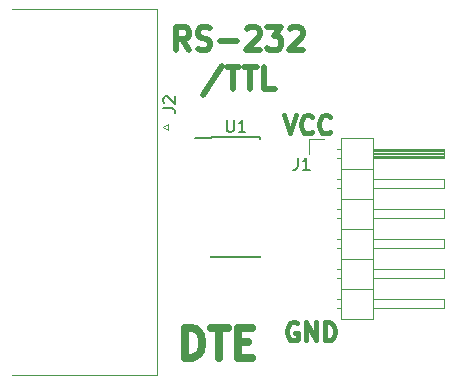
<source format=gbr>
G04 #@! TF.GenerationSoftware,KiCad,Pcbnew,(5.0.2)-1*
G04 #@! TF.CreationDate,2019-09-06T13:40:27-04:00*
G04 #@! TF.ProjectId,RS232_TTL_Male,52533233-325f-4545-944c-5f4d616c652e,rev?*
G04 #@! TF.SameCoordinates,Original*
G04 #@! TF.FileFunction,Legend,Top*
G04 #@! TF.FilePolarity,Positive*
%FSLAX46Y46*%
G04 Gerber Fmt 4.6, Leading zero omitted, Abs format (unit mm)*
G04 Created by KiCad (PCBNEW (5.0.2)-1) date 9/6/2019 1:40:27 PM*
%MOMM*%
%LPD*%
G01*
G04 APERTURE LIST*
%ADD10C,0.381000*%
%ADD11C,0.476250*%
%ADD12C,0.635000*%
%ADD13C,0.120000*%
%ADD14C,0.150000*%
G04 APERTURE END LIST*
D10*
X24238857Y-26543000D02*
X24093714Y-26470428D01*
X23876000Y-26470428D01*
X23658285Y-26543000D01*
X23513142Y-26688142D01*
X23440571Y-26833285D01*
X23368000Y-27123571D01*
X23368000Y-27341285D01*
X23440571Y-27631571D01*
X23513142Y-27776714D01*
X23658285Y-27921857D01*
X23876000Y-27994428D01*
X24021142Y-27994428D01*
X24238857Y-27921857D01*
X24311428Y-27849285D01*
X24311428Y-27341285D01*
X24021142Y-27341285D01*
X24964571Y-27994428D02*
X24964571Y-26470428D01*
X25835428Y-27994428D01*
X25835428Y-26470428D01*
X26561142Y-27994428D02*
X26561142Y-26470428D01*
X26924000Y-26470428D01*
X27141714Y-26543000D01*
X27286857Y-26688142D01*
X27359428Y-26833285D01*
X27432000Y-27123571D01*
X27432000Y-27341285D01*
X27359428Y-27631571D01*
X27286857Y-27776714D01*
X27141714Y-27921857D01*
X26924000Y-27994428D01*
X26561142Y-27994428D01*
X23114000Y-8944428D02*
X23622000Y-10468428D01*
X24130000Y-8944428D01*
X25508857Y-10323285D02*
X25436285Y-10395857D01*
X25218571Y-10468428D01*
X25073428Y-10468428D01*
X24855714Y-10395857D01*
X24710571Y-10250714D01*
X24638000Y-10105571D01*
X24565428Y-9815285D01*
X24565428Y-9597571D01*
X24638000Y-9307285D01*
X24710571Y-9162142D01*
X24855714Y-9017000D01*
X25073428Y-8944428D01*
X25218571Y-8944428D01*
X25436285Y-9017000D01*
X25508857Y-9089571D01*
X27032857Y-10323285D02*
X26960285Y-10395857D01*
X26742571Y-10468428D01*
X26597428Y-10468428D01*
X26379714Y-10395857D01*
X26234571Y-10250714D01*
X26162000Y-10105571D01*
X26089428Y-9815285D01*
X26089428Y-9597571D01*
X26162000Y-9307285D01*
X26234571Y-9162142D01*
X26379714Y-9017000D01*
X26597428Y-8944428D01*
X26742571Y-8944428D01*
X26960285Y-9017000D01*
X27032857Y-9089571D01*
D11*
X15085785Y-3385910D02*
X14450785Y-2478767D01*
X13997214Y-3385910D02*
X13997214Y-1480910D01*
X14722928Y-1480910D01*
X14904357Y-1571625D01*
X14995071Y-1662339D01*
X15085785Y-1843767D01*
X15085785Y-2115910D01*
X14995071Y-2297339D01*
X14904357Y-2388053D01*
X14722928Y-2478767D01*
X13997214Y-2478767D01*
X15811500Y-3295196D02*
X16083642Y-3385910D01*
X16537214Y-3385910D01*
X16718642Y-3295196D01*
X16809357Y-3204482D01*
X16900071Y-3023053D01*
X16900071Y-2841625D01*
X16809357Y-2660196D01*
X16718642Y-2569482D01*
X16537214Y-2478767D01*
X16174357Y-2388053D01*
X15992928Y-2297339D01*
X15902214Y-2206625D01*
X15811500Y-2025196D01*
X15811500Y-1843767D01*
X15902214Y-1662339D01*
X15992928Y-1571625D01*
X16174357Y-1480910D01*
X16627928Y-1480910D01*
X16900071Y-1571625D01*
X17716500Y-2660196D02*
X19167928Y-2660196D01*
X19984357Y-1662339D02*
X20075071Y-1571625D01*
X20256500Y-1480910D01*
X20710071Y-1480910D01*
X20891500Y-1571625D01*
X20982214Y-1662339D01*
X21072928Y-1843767D01*
X21072928Y-2025196D01*
X20982214Y-2297339D01*
X19893642Y-3385910D01*
X21072928Y-3385910D01*
X21707928Y-1480910D02*
X22887214Y-1480910D01*
X22252214Y-2206625D01*
X22524357Y-2206625D01*
X22705785Y-2297339D01*
X22796500Y-2388053D01*
X22887214Y-2569482D01*
X22887214Y-3023053D01*
X22796500Y-3204482D01*
X22705785Y-3295196D01*
X22524357Y-3385910D01*
X21980071Y-3385910D01*
X21798642Y-3295196D01*
X21707928Y-3204482D01*
X23612928Y-1662339D02*
X23703642Y-1571625D01*
X23885071Y-1480910D01*
X24338642Y-1480910D01*
X24520071Y-1571625D01*
X24610785Y-1662339D01*
X24701500Y-1843767D01*
X24701500Y-2025196D01*
X24610785Y-2297339D01*
X23522214Y-3385910D01*
X24701500Y-3385910D01*
X17897928Y-4723946D02*
X16265071Y-7173232D01*
X18260785Y-4814660D02*
X19349357Y-4814660D01*
X18805071Y-6719660D02*
X18805071Y-4814660D01*
X19712214Y-4814660D02*
X20800785Y-4814660D01*
X20256500Y-6719660D02*
X20256500Y-4814660D01*
X22342928Y-6719660D02*
X21435785Y-6719660D01*
X21435785Y-4814660D01*
D12*
X14744095Y-29470047D02*
X14744095Y-26930047D01*
X15348857Y-26930047D01*
X15711714Y-27051000D01*
X15953619Y-27292904D01*
X16074571Y-27534809D01*
X16195523Y-28018619D01*
X16195523Y-28381476D01*
X16074571Y-28865285D01*
X15953619Y-29107190D01*
X15711714Y-29349095D01*
X15348857Y-29470047D01*
X14744095Y-29470047D01*
X16921238Y-26930047D02*
X18372666Y-26930047D01*
X17646952Y-29470047D02*
X17646952Y-26930047D01*
X19219333Y-28139571D02*
X20066000Y-28139571D01*
X20428857Y-29470047D02*
X19219333Y-29470047D01*
X19219333Y-26930047D01*
X20428857Y-26930047D01*
D13*
G04 #@! TO.C,J1*
X27983000Y-10862000D02*
X27983000Y-26222000D01*
X27983000Y-26222000D02*
X30643000Y-26222000D01*
X30643000Y-26222000D02*
X30643000Y-10862000D01*
X30643000Y-10862000D02*
X27983000Y-10862000D01*
X30643000Y-11812000D02*
X36643000Y-11812000D01*
X36643000Y-11812000D02*
X36643000Y-12572000D01*
X36643000Y-12572000D02*
X30643000Y-12572000D01*
X30643000Y-11872000D02*
X36643000Y-11872000D01*
X30643000Y-11992000D02*
X36643000Y-11992000D01*
X30643000Y-12112000D02*
X36643000Y-12112000D01*
X30643000Y-12232000D02*
X36643000Y-12232000D01*
X30643000Y-12352000D02*
X36643000Y-12352000D01*
X30643000Y-12472000D02*
X36643000Y-12472000D01*
X27653000Y-11812000D02*
X27983000Y-11812000D01*
X27653000Y-12572000D02*
X27983000Y-12572000D01*
X27983000Y-13462000D02*
X30643000Y-13462000D01*
X30643000Y-14352000D02*
X36643000Y-14352000D01*
X36643000Y-14352000D02*
X36643000Y-15112000D01*
X36643000Y-15112000D02*
X30643000Y-15112000D01*
X27585929Y-14352000D02*
X27983000Y-14352000D01*
X27585929Y-15112000D02*
X27983000Y-15112000D01*
X27983000Y-16002000D02*
X30643000Y-16002000D01*
X30643000Y-16892000D02*
X36643000Y-16892000D01*
X36643000Y-16892000D02*
X36643000Y-17652000D01*
X36643000Y-17652000D02*
X30643000Y-17652000D01*
X27585929Y-16892000D02*
X27983000Y-16892000D01*
X27585929Y-17652000D02*
X27983000Y-17652000D01*
X27983000Y-18542000D02*
X30643000Y-18542000D01*
X30643000Y-19432000D02*
X36643000Y-19432000D01*
X36643000Y-19432000D02*
X36643000Y-20192000D01*
X36643000Y-20192000D02*
X30643000Y-20192000D01*
X27585929Y-19432000D02*
X27983000Y-19432000D01*
X27585929Y-20192000D02*
X27983000Y-20192000D01*
X27983000Y-21082000D02*
X30643000Y-21082000D01*
X30643000Y-21972000D02*
X36643000Y-21972000D01*
X36643000Y-21972000D02*
X36643000Y-22732000D01*
X36643000Y-22732000D02*
X30643000Y-22732000D01*
X27585929Y-21972000D02*
X27983000Y-21972000D01*
X27585929Y-22732000D02*
X27983000Y-22732000D01*
X27983000Y-23622000D02*
X30643000Y-23622000D01*
X30643000Y-24512000D02*
X36643000Y-24512000D01*
X36643000Y-24512000D02*
X36643000Y-25272000D01*
X36643000Y-25272000D02*
X30643000Y-25272000D01*
X27585929Y-24512000D02*
X27983000Y-24512000D01*
X27585929Y-25272000D02*
X27983000Y-25272000D01*
X25273000Y-12192000D02*
X25273000Y-10922000D01*
X25273000Y-10922000D02*
X26543000Y-10922000D01*
G04 #@! TO.C,J2*
X61000Y39000D02*
X12401000Y39000D01*
X12401000Y39000D02*
X12401000Y-30931000D01*
X12401000Y-30931000D02*
X61000Y-30931000D01*
X13295338Y-9656000D02*
X13295338Y-10156000D01*
X13295338Y-10156000D02*
X12862325Y-9906000D01*
X12862325Y-9906000D02*
X13295338Y-9656000D01*
D14*
G04 #@! TO.C,U1*
X16975000Y-10800000D02*
X16975000Y-10825000D01*
X21125000Y-10800000D02*
X21125000Y-10905000D01*
X21125000Y-20950000D02*
X21125000Y-20845000D01*
X16975000Y-20950000D02*
X16975000Y-20845000D01*
X16975000Y-10800000D02*
X21125000Y-10800000D01*
X16975000Y-20950000D02*
X21125000Y-20950000D01*
X16975000Y-10825000D02*
X15600000Y-10825000D01*
G04 #@! TO.C,J1*
X24304666Y-12533380D02*
X24304666Y-13247666D01*
X24257047Y-13390523D01*
X24161809Y-13485761D01*
X24018952Y-13533380D01*
X23923714Y-13533380D01*
X25304666Y-13533380D02*
X24733238Y-13533380D01*
X25018952Y-13533380D02*
X25018952Y-12533380D01*
X24923714Y-12676238D01*
X24828476Y-12771476D01*
X24733238Y-12819095D01*
G04 #@! TO.C,J2*
X12914380Y-8334333D02*
X13628666Y-8334333D01*
X13771523Y-8381952D01*
X13866761Y-8477190D01*
X13914380Y-8620047D01*
X13914380Y-8715285D01*
X13009619Y-7905761D02*
X12962000Y-7858142D01*
X12914380Y-7762904D01*
X12914380Y-7524809D01*
X12962000Y-7429571D01*
X13009619Y-7381952D01*
X13104857Y-7334333D01*
X13200095Y-7334333D01*
X13342952Y-7381952D01*
X13914380Y-7953380D01*
X13914380Y-7334333D01*
G04 #@! TO.C,U1*
X18288095Y-9327380D02*
X18288095Y-10136904D01*
X18335714Y-10232142D01*
X18383333Y-10279761D01*
X18478571Y-10327380D01*
X18669047Y-10327380D01*
X18764285Y-10279761D01*
X18811904Y-10232142D01*
X18859523Y-10136904D01*
X18859523Y-9327380D01*
X19859523Y-10327380D02*
X19288095Y-10327380D01*
X19573809Y-10327380D02*
X19573809Y-9327380D01*
X19478571Y-9470238D01*
X19383333Y-9565476D01*
X19288095Y-9613095D01*
G04 #@! TD*
M02*

</source>
